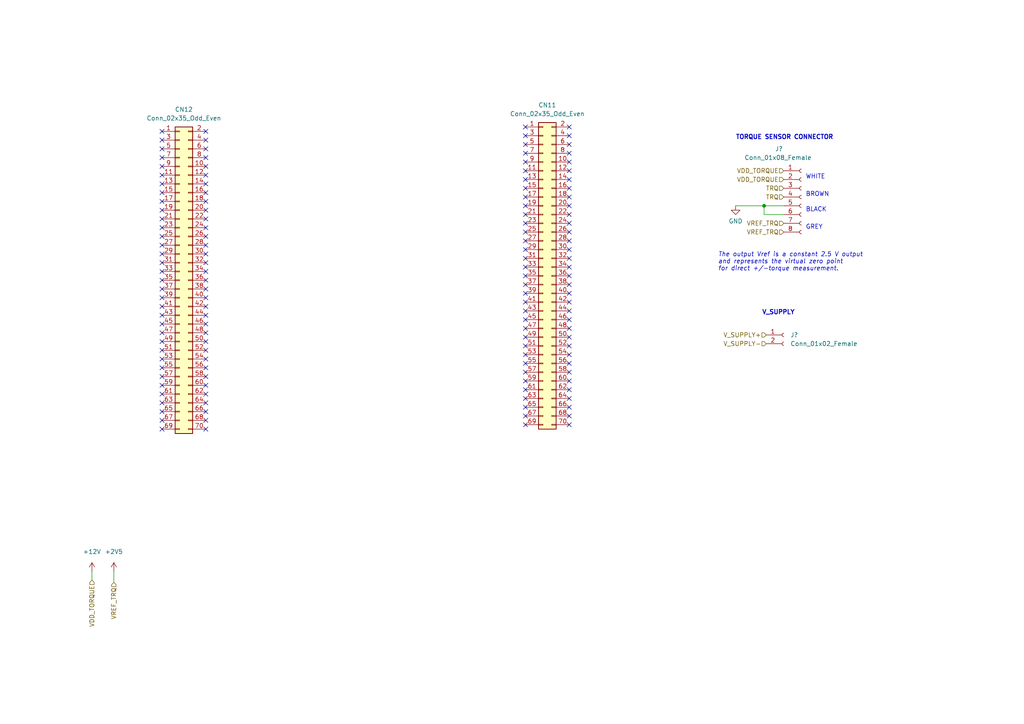
<source format=kicad_sch>
(kicad_sch (version 20211123) (generator eeschema)
  (paper "A4")
  (lib_symbols
    (symbol "Connector:Conn_01x02_Female" (pin_names (offset 1.016) hide)
      (property "Reference" "J" (at 0 2.54 0))
      (property "Value" "Conn_01x02_Female" (at 0 -5.08 0))
      (symbol "Conn_01x02_Female_1_1"
        (arc (start 0 -2.032) (mid -0.508 -2.54) (end 0 -3.048) (stroke (width 0.1524)))
        (polyline (pts (xy -1.27 -2.54) (xy -0.508 -2.54)) (stroke (width 0.1524)))
        (polyline (pts (xy -1.27 0) (xy -0.508 0)) (stroke (width 0.1524)))
        (arc (start 0 0.508) (mid -0.508 0) (end 0 -0.508) (stroke (width 0.1524)))
        (pin passive line (at -5.08 0 0) (length 3.81) (name "Pin_1") (number "1"))
        (pin passive line (at -5.08 -2.54 0) (length 3.81) (name "Pin_2") (number "2"))
      )
    )
    (symbol "Connector:Conn_01x08_Female" (pin_names (offset 1.016) hide)
      (property "Reference" "J" (at 0 10.16 0))
      (property "Value" "Conn_01x08_Female" (at 0 -12.7 0))
      (symbol "Conn_01x08_Female_1_1"
        (arc (start 0 -9.652) (mid -0.508 -10.16) (end 0 -10.668) (stroke (width 0.1524)))
        (arc (start 0 -7.112) (mid -0.508 -7.62) (end 0 -8.128) (stroke (width 0.1524)))
        (arc (start 0 -4.572) (mid -0.508 -5.08) (end 0 -5.588) (stroke (width 0.1524)))
        (arc (start 0 -2.032) (mid -0.508 -2.54) (end 0 -3.048) (stroke (width 0.1524)))
        (polyline (pts (xy -1.27 -10.16) (xy -0.508 -10.16)) (stroke (width 0.1524)))
        (polyline (pts (xy -1.27 -7.62) (xy -0.508 -7.62)) (stroke (width 0.1524)))
        (polyline (pts (xy -1.27 -5.08) (xy -0.508 -5.08)) (stroke (width 0.1524)))
        (polyline (pts (xy -1.27 -2.54) (xy -0.508 -2.54)) (stroke (width 0.1524)))
        (polyline (pts (xy -1.27 0) (xy -0.508 0)) (stroke (width 0.1524)))
        (polyline (pts (xy -1.27 2.54) (xy -0.508 2.54)) (stroke (width 0.1524)))
        (polyline (pts (xy -1.27 5.08) (xy -0.508 5.08)) (stroke (width 0.1524)))
        (polyline (pts (xy -1.27 7.62) (xy -0.508 7.62)) (stroke (width 0.1524)))
        (arc (start 0 0.508) (mid -0.508 0) (end 0 -0.508) (stroke (width 0.1524)))
        (arc (start 0 3.048) (mid -0.508 2.54) (end 0 2.032) (stroke (width 0.1524)))
        (arc (start 0 5.588) (mid -0.508 5.08) (end 0 4.572) (stroke (width 0.1524)))
        (arc (start 0 8.128) (mid -0.508 7.62) (end 0 7.112) (stroke (width 0.1524)))
        (pin passive line (at -5.08 7.62 0) (length 3.81) (name "Pin_1") (number "1"))
        (pin passive line (at -5.08 5.08 0) (length 3.81) (name "Pin_2") (number "2"))
        (pin passive line (at -5.08 2.54 0) (length 3.81) (name "Pin_3") (number "3"))
        (pin passive line (at -5.08 0 0) (length 3.81) (name "Pin_4") (number "4"))
        (pin passive line (at -5.08 -2.54 0) (length 3.81) (name "Pin_5") (number "5"))
        (pin passive line (at -5.08 -5.08 0) (length 3.81) (name "Pin_6") (number "6"))
        (pin passive line (at -5.08 -7.62 0) (length 3.81) (name "Pin_7") (number "7"))
        (pin passive line (at -5.08 -10.16 0) (length 3.81) (name "Pin_8") (number "8"))
      )
    )
    (symbol "Connector_Generic:Conn_02x35_Odd_Even" (pin_names (offset 1.016) hide)
      (property "Reference" "J" (at 1.27 45.72 0))
      (property "Value" "Conn_02x35_Odd_Even" (at 1.27 -45.72 0))
      (symbol "Conn_02x35_Odd_Even_1_1"
        (rectangle (start -1.27 -43.053) (end 0 -43.307) (stroke (width 0.1524)))
        (rectangle (start -1.27 -40.513) (end 0 -40.767) (stroke (width 0.1524)))
        (rectangle (start -1.27 -37.973) (end 0 -38.227) (stroke (width 0.1524)))
        (rectangle (start -1.27 -35.433) (end 0 -35.687) (stroke (width 0.1524)))
        (rectangle (start -1.27 -32.893) (end 0 -33.147) (stroke (width 0.1524)))
        (rectangle (start -1.27 -30.353) (end 0 -30.607) (stroke (width 0.1524)))
        (rectangle (start -1.27 -27.813) (end 0 -28.067) (stroke (width 0.1524)))
        (rectangle (start -1.27 -25.273) (end 0 -25.527) (stroke (width 0.1524)))
        (rectangle (start -1.27 -22.733) (end 0 -22.987) (stroke (width 0.1524)))
        (rectangle (start -1.27 -20.193) (end 0 -20.447) (stroke (width 0.1524)))
        (rectangle (start -1.27 -17.653) (end 0 -17.907) (stroke (width 0.1524)))
        (rectangle (start -1.27 -15.113) (end 0 -15.367) (stroke (width 0.1524)))
        (rectangle (start -1.27 -12.573) (end 0 -12.827) (stroke (width 0.1524)))
        (rectangle (start -1.27 -10.033) (end 0 -10.287) (stroke (width 0.1524)))
        (rectangle (start -1.27 -7.493) (end 0 -7.747) (stroke (width 0.1524)))
        (rectangle (start -1.27 -4.953) (end 0 -5.207) (stroke (width 0.1524)))
        (rectangle (start -1.27 -2.413) (end 0 -2.667) (stroke (width 0.1524)))
        (rectangle (start -1.27 0.127) (end 0 -0.127) (stroke (width 0.1524)))
        (rectangle (start -1.27 2.667) (end 0 2.413) (stroke (width 0.1524)))
        (rectangle (start -1.27 5.207) (end 0 4.953) (stroke (width 0.1524)))
        (rectangle (start -1.27 7.747) (end 0 7.493) (stroke (width 0.1524)))
        (rectangle (start -1.27 10.287) (end 0 10.033) (stroke (width 0.1524)))
        (rectangle (start -1.27 12.827) (end 0 12.573) (stroke (width 0.1524)))
        (rectangle (start -1.27 15.367) (end 0 15.113) (stroke (width 0.1524)))
        (rectangle (start -1.27 17.907) (end 0 17.653) (stroke (width 0.1524)))
        (rectangle (start -1.27 20.447) (end 0 20.193) (stroke (width 0.1524)))
        (rectangle (start -1.27 22.987) (end 0 22.733) (stroke (width 0.1524)))
        (rectangle (start -1.27 25.527) (end 0 25.273) (stroke (width 0.1524)))
        (rectangle (start -1.27 28.067) (end 0 27.813) (stroke (width 0.1524)))
        (rectangle (start -1.27 30.607) (end 0 30.353) (stroke (width 0.1524)))
        (rectangle (start -1.27 33.147) (end 0 32.893) (stroke (width 0.1524)))
        (rectangle (start -1.27 35.687) (end 0 35.433) (stroke (width 0.1524)))
        (rectangle (start -1.27 38.227) (end 0 37.973) (stroke (width 0.1524)))
        (rectangle (start -1.27 40.767) (end 0 40.513) (stroke (width 0.1524)))
        (rectangle (start -1.27 43.307) (end 0 43.053) (stroke (width 0.1524)))
        (rectangle (start -1.27 44.45) (end 3.81 -44.45) (stroke (width 0.254)) (fill (type background)))
        (rectangle (start 3.81 -43.053) (end 2.54 -43.307) (stroke (width 0.1524)))
        (rectangle (start 3.81 -40.513) (end 2.54 -40.767) (stroke (width 0.1524)))
        (rectangle (start 3.81 -37.973) (end 2.54 -38.227) (stroke (width 0.1524)))
        (rectangle (start 3.81 -35.433) (end 2.54 -35.687) (stroke (width 0.1524)))
        (rectangle (start 3.81 -32.893) (end 2.54 -33.147) (stroke (width 0.1524)))
        (rectangle (start 3.81 -30.353) (end 2.54 -30.607) (stroke (width 0.1524)))
        (rectangle (start 3.81 -27.813) (end 2.54 -28.067) (stroke (width 0.1524)))
        (rectangle (start 3.81 -25.273) (end 2.54 -25.527) (stroke (width 0.1524)))
        (rectangle (start 3.81 -22.733) (end 2.54 -22.987) (stroke (width 0.1524)))
        (rectangle (start 3.81 -20.193) (end 2.54 -20.447) (stroke (width 0.1524)))
        (rectangle (start 3.81 -17.653) (end 2.54 -17.907) (stroke (width 0.1524)))
        (rectangle (start 3.81 -15.113) (end 2.54 -15.367) (stroke (width 0.1524)))
        (rectangle (start 3.81 -12.573) (end 2.54 -12.827) (stroke (width 0.1524)))
        (rectangle (start 3.81 -10.033) (end 2.54 -10.287) (stroke (width 0.1524)))
        (rectangle (start 3.81 -7.493) (end 2.54 -7.747) (stroke (width 0.1524)))
        (rectangle (start 3.81 -4.953) (end 2.54 -5.207) (stroke (width 0.1524)))
        (rectangle (start 3.81 -2.413) (end 2.54 -2.667) (stroke (width 0.1524)))
        (rectangle (start 3.81 0.127) (end 2.54 -0.127) (stroke (width 0.1524)))
        (rectangle (start 3.81 2.667) (end 2.54 2.413) (stroke (width 0.1524)))
        (rectangle (start 3.81 5.207) (end 2.54 4.953) (stroke (width 0.1524)))
        (rectangle (start 3.81 7.747) (end 2.54 7.493) (stroke (width 0.1524)))
        (rectangle (start 3.81 10.287) (end 2.54 10.033) (stroke (width 0.1524)))
        (rectangle (start 3.81 12.827) (end 2.54 12.573) (stroke (width 0.1524)))
        (rectangle (start 3.81 15.367) (end 2.54 15.113) (stroke (width 0.1524)))
        (rectangle (start 3.81 17.907) (end 2.54 17.653) (stroke (width 0.1524)))
        (rectangle (start 3.81 20.447) (end 2.54 20.193) (stroke (width 0.1524)))
        (rectangle (start 3.81 22.987) (end 2.54 22.733) (stroke (width 0.1524)))
        (rectangle (start 3.81 25.527) (end 2.54 25.273) (stroke (width 0.1524)))
        (rectangle (start 3.81 28.067) (end 2.54 27.813) (stroke (width 0.1524)))
        (rectangle (start 3.81 30.607) (end 2.54 30.353) (stroke (width 0.1524)))
        (rectangle (start 3.81 33.147) (end 2.54 32.893) (stroke (width 0.1524)))
        (rectangle (start 3.81 35.687) (end 2.54 35.433) (stroke (width 0.1524)))
        (rectangle (start 3.81 38.227) (end 2.54 37.973) (stroke (width 0.1524)))
        (rectangle (start 3.81 40.767) (end 2.54 40.513) (stroke (width 0.1524)))
        (rectangle (start 3.81 43.307) (end 2.54 43.053) (stroke (width 0.1524)))
        (pin passive line (at -5.08 43.18 0) (length 3.81) (name "Pin_1") (number "1"))
        (pin passive line (at 7.62 33.02 180) (length 3.81) (name "Pin_10") (number "10"))
        (pin passive line (at -5.08 30.48 0) (length 3.81) (name "Pin_11") (number "11"))
        (pin passive line (at 7.62 30.48 180) (length 3.81) (name "Pin_12") (number "12"))
        (pin passive line (at -5.08 27.94 0) (length 3.81) (name "Pin_13") (number "13"))
        (pin passive line (at 7.62 27.94 180) (length 3.81) (name "Pin_14") (number "14"))
        (pin passive line (at -5.08 25.4 0) (length 3.81) (name "Pin_15") (number "15"))
        (pin passive line (at 7.62 25.4 180) (length 3.81) (name "Pin_16") (number "16"))
        (pin passive line (at -5.08 22.86 0) (length 3.81) (name "Pin_17") (number "17"))
        (pin passive line (at 7.62 22.86 180) (length 3.81) (name "Pin_18") (number "18"))
        (pin passive line (at -5.08 20.32 0) (length 3.81) (name "Pin_19") (number "19"))
        (pin passive line (at 7.62 43.18 180) (length 3.81) (name "Pin_2") (number "2"))
        (pin passive line (at 7.62 20.32 180) (length 3.81) (name "Pin_20") (number "20"))
        (pin passive line (at -5.08 17.78 0) (length 3.81) (name "Pin_21") (number "21"))
        (pin passive line (at 7.62 17.78 180) (length 3.81) (name "Pin_22") (number "22"))
        (pin passive line (at -5.08 15.24 0) (length 3.81) (name "Pin_23") (number "23"))
        (pin passive line (at 7.62 15.24 180) (length 3.81) (name "Pin_24") (number "24"))
        (pin passive line (at -5.08 12.7 0) (length 3.81) (name "Pin_25") (number "25"))
        (pin passive line (at 7.62 12.7 180) (length 3.81) (name "Pin_26") (number "26"))
        (pin passive line (at -5.08 10.16 0) (length 3.81) (name "Pin_27") (number "27"))
        (pin passive line (at 7.62 10.16 180) (length 3.81) (name "Pin_28") (number "28"))
        (pin passive line (at -5.08 7.62 0) (length 3.81) (name "Pin_29") (number "29"))
        (pin passive line (at -5.08 40.64 0) (length 3.81) (name "Pin_3") (number "3"))
        (pin passive line (at 7.62 7.62 180) (length 3.81) (name "Pin_30") (number "30"))
        (pin passive line (at -5.08 5.08 0) (length 3.81) (name "Pin_31") (number "31"))
        (pin passive line (at 7.62 5.08 180) (length 3.81) (name "Pin_32") (number "32"))
        (pin passive line (at -5.08 2.54 0) (length 3.81) (name "Pin_33") (number "33"))
        (pin passive line (at 7.62 2.54 180) (length 3.81) (name "Pin_34") (number "34"))
        (pin passive line (at -5.08 0 0) (length 3.81) (name "Pin_35") (number "35"))
        (pin passive line (at 7.62 0 180) (length 3.81) (name "Pin_36") (number "36"))
        (pin passive line (at -5.08 -2.54 0) (length 3.81) (name "Pin_37") (number "37"))
        (pin passive line (at 7.62 -2.54 180) (length 3.81) (name "Pin_38") (number "38"))
        (pin passive line (at -5.08 -5.08 0) (length 3.81) (name "Pin_39") (number "39"))
        (pin passive line (at 7.62 40.64 180) (length 3.81) (name "Pin_4") (number "4"))
        (pin passive line (at 7.62 -5.08 180) (length 3.81) (name "Pin_40") (number "40"))
        (pin passive line (at -5.08 -7.62 0) (length 3.81) (name "Pin_41") (number "41"))
        (pin passive line (at 7.62 -7.62 180) (length 3.81) (name "Pin_42") (number "42"))
        (pin passive line (at -5.08 -10.16 0) (length 3.81) (name "Pin_43") (number "43"))
        (pin passive line (at 7.62 -10.16 180) (length 3.81) (name "Pin_44") (number "44"))
        (pin passive line (at -5.08 -12.7 0) (length 3.81) (name "Pin_45") (number "45"))
        (pin passive line (at 7.62 -12.7 180) (length 3.81) (name "Pin_46") (number "46"))
        (pin passive line (at -5.08 -15.24 0) (length 3.81) (name "Pin_47") (number "47"))
        (pin passive line (at 7.62 -15.24 180) (length 3.81) (name "Pin_48") (number "48"))
        (pin passive line (at -5.08 -17.78 0) (length 3.81) (name "Pin_49") (number "49"))
        (pin passive line (at -5.08 38.1 0) (length 3.81) (name "Pin_5") (number "5"))
        (pin passive line (at 7.62 -17.78 180) (length 3.81) (name "Pin_50") (number "50"))
        (pin passive line (at -5.08 -20.32 0) (length 3.81) (name "Pin_51") (number "51"))
        (pin passive line (at 7.62 -20.32 180) (length 3.81) (name "Pin_52") (number "52"))
        (pin passive line (at -5.08 -22.86 0) (length 3.81) (name "Pin_53") (number "53"))
        (pin passive line (at 7.62 -22.86 180) (length 3.81) (name "Pin_54") (number "54"))
        (pin passive line (at -5.08 -25.4 0) (length 3.81) (name "Pin_55") (number "55"))
        (pin passive line (at 7.62 -25.4 180) (length 3.81) (name "Pin_56") (number "56"))
        (pin passive line (at -5.08 -27.94 0) (length 3.81) (name "Pin_57") (number "57"))
        (pin passive line (at 7.62 -27.94 180) (length 3.81) (name "Pin_58") (number "58"))
        (pin passive line (at -5.08 -30.48 0) (length 3.81) (name "Pin_59") (number "59"))
        (pin passive line (at 7.62 38.1 180) (length 3.81) (name "Pin_6") (number "6"))
        (pin passive line (at 7.62 -30.48 180) (length 3.81) (name "Pin_60") (number "60"))
        (pin passive line (at -5.08 -33.02 0) (length 3.81) (name "Pin_61") (number "61"))
        (pin passive line (at 7.62 -33.02 180) (length 3.81) (name "Pin_62") (number "62"))
        (pin passive line (at -5.08 -35.56 0) (length 3.81) (name "Pin_63") (number "63"))
        (pin passive line (at 7.62 -35.56 180) (length 3.81) (name "Pin_64") (number "64"))
        (pin passive line (at -5.08 -38.1 0) (length 3.81) (name "Pin_65") (number "65"))
        (pin passive line (at 7.62 -38.1 180) (length 3.81) (name "Pin_66") (number "66"))
        (pin passive line (at -5.08 -40.64 0) (length 3.81) (name "Pin_67") (number "67"))
        (pin passive line (at 7.62 -40.64 180) (length 3.81) (name "Pin_68") (number "68"))
        (pin passive line (at -5.08 -43.18 0) (length 3.81) (name "Pin_69") (number "69"))
        (pin passive line (at -5.08 35.56 0) (length 3.81) (name "Pin_7") (number "7"))
        (pin passive line (at 7.62 -43.18 180) (length 3.81) (name "Pin_70") (number "70"))
        (pin passive line (at 7.62 35.56 180) (length 3.81) (name "Pin_8") (number "8"))
        (pin passive line (at -5.08 33.02 0) (length 3.81) (name "Pin_9") (number "9"))
      )
    )
    (symbol "power:+12V" (power) (pin_names (offset 0))
      (property "Value" "+12V" (at 0 3.556 0))
      (symbol "+12V_0_1"
        (polyline (pts (xy -0.762 1.27) (xy 0 2.54)))
        (polyline (pts (xy 0 0) (xy 0 2.54)))
        (polyline (pts (xy 0 2.54) (xy 0.762 1.27)))
      )
      (symbol "+12V_1_1"
        (pin power_in line (at 0 0 90) (length 0) hide (name "+12V") (number "1"))
      )
    )
    (symbol "power:+2V5" (power) (pin_names (offset 0))
      (property "Value" "+2V5" (at 0 3.556 0))
      (symbol "+2V5_0_1"
        (polyline (pts (xy -0.762 1.27) (xy 0 2.54)))
        (polyline (pts (xy 0 0) (xy 0 2.54)))
        (polyline (pts (xy 0 2.54) (xy 0.762 1.27)))
      )
      (symbol "+2V5_1_1"
        (pin power_in line (at 0 0 90) (length 0) hide (name "+2V5") (number "1"))
      )
    )
    (symbol "power:GND" (power) (pin_names (offset 0))
      (property "Value" "GND" (at 0 -3.81 0))
      (symbol "GND_0_1"
        (polyline (pts (xy 0 0) (xy 0 -1.27) (xy 1.27 -1.27) (xy 0 -2.54) (xy -1.27 -1.27) (xy 0 -1.27)))
      )
      (symbol "GND_1_1"
        (pin power_in line (at 0 0 270) (length 0) hide (name "GND") (number "1"))
      )
    )
  )
  (junction (at 221.615 59.69))
  (no_connect (at 165.1 49.53))
  (no_connect (at 59.69 63.5))
  (no_connect (at 46.99 71.12))
  (no_connect (at 46.99 58.42))
  (no_connect (at 152.4 49.53))
  (no_connect (at 165.1 120.65))
  (no_connect (at 46.99 81.28))
  (no_connect (at 152.4 62.23))
  (no_connect (at 165.1 97.79))
  (no_connect (at 59.69 50.8))
  (no_connect (at 165.1 46.99))
  (no_connect (at 59.69 116.84))
  (no_connect (at 46.99 101.6))
  (no_connect (at 59.69 53.34))
  (no_connect (at 46.99 86.36))
  (no_connect (at 59.69 60.96))
  (no_connect (at 59.69 111.76))
  (no_connect (at 165.1 115.57))
  (no_connect (at 152.4 67.31))
  (no_connect (at 152.4 102.87))
  (no_connect (at 165.1 36.83))
  (no_connect (at 46.99 60.96))
  (no_connect (at 165.1 57.15))
  (no_connect (at 152.4 97.79))
  (no_connect (at 152.4 107.95))
  (no_connect (at 59.69 71.12))
  (no_connect (at 165.1 64.77))
  (no_connect (at 152.4 115.57))
  (no_connect (at 165.1 72.39))
  (no_connect (at 59.69 91.44))
  (no_connect (at 46.99 88.9))
  (no_connect (at 152.4 64.77))
  (no_connect (at 59.69 96.52))
  (no_connect (at 59.69 104.14))
  (no_connect (at 152.4 54.61))
  (no_connect (at 165.1 85.09))
  (no_connect (at 165.1 100.33))
  (no_connect (at 152.4 95.25))
  (no_connect (at 46.99 73.66))
  (no_connect (at 165.1 123.19))
  (no_connect (at 165.1 82.55))
  (no_connect (at 165.1 113.03))
  (no_connect (at 59.69 119.38))
  (no_connect (at 46.99 99.06))
  (no_connect (at 165.1 39.37))
  (no_connect (at 152.4 57.15))
  (no_connect (at 46.99 104.14))
  (no_connect (at 165.1 105.41))
  (no_connect (at 165.1 69.85))
  (no_connect (at 46.99 119.38))
  (no_connect (at 152.4 105.41))
  (no_connect (at 152.4 72.39))
  (no_connect (at 152.4 85.09))
  (no_connect (at 165.1 77.47))
  (no_connect (at 165.1 62.23))
  (no_connect (at 152.4 44.45))
  (no_connect (at 46.99 121.92))
  (no_connect (at 46.99 91.44))
  (no_connect (at 59.69 38.1))
  (no_connect (at 59.69 99.06))
  (no_connect (at 165.1 92.71))
  (no_connect (at 59.69 48.26))
  (no_connect (at 59.69 58.42))
  (no_connect (at 165.1 118.11))
  (no_connect (at 59.69 78.74))
  (no_connect (at 46.99 78.74))
  (no_connect (at 165.1 110.49))
  (no_connect (at 165.1 74.93))
  (no_connect (at 152.4 82.55))
  (no_connect (at 152.4 77.47))
  (no_connect (at 59.69 93.98))
  (no_connect (at 152.4 100.33))
  (no_connect (at 152.4 69.85))
  (no_connect (at 152.4 46.99))
  (no_connect (at 59.69 55.88))
  (no_connect (at 46.99 106.68))
  (no_connect (at 165.1 54.61))
  (no_connect (at 46.99 43.18))
  (no_connect (at 165.1 41.91))
  (no_connect (at 46.99 38.1))
  (no_connect (at 46.99 40.64))
  (no_connect (at 59.69 81.28))
  (no_connect (at 152.4 92.71))
  (no_connect (at 152.4 41.91))
  (no_connect (at 59.69 114.3))
  (no_connect (at 152.4 87.63))
  (no_connect (at 165.1 95.25))
  (no_connect (at 59.69 109.22))
  (no_connect (at 46.99 76.2))
  (no_connect (at 165.1 90.17))
  (no_connect (at 46.99 63.5))
  (no_connect (at 59.69 68.58))
  (no_connect (at 165.1 102.87))
  (no_connect (at 46.99 109.22))
  (no_connect (at 59.69 88.9))
  (no_connect (at 46.99 53.34))
  (no_connect (at 46.99 68.58))
  (no_connect (at 152.4 118.11))
  (no_connect (at 59.69 83.82))
  (no_connect (at 152.4 120.65))
  (no_connect (at 46.99 93.98))
  (no_connect (at 165.1 52.07))
  (no_connect (at 46.99 45.72))
  (no_connect (at 46.99 66.04))
  (no_connect (at 46.99 114.3))
  (no_connect (at 59.69 43.18))
  (no_connect (at 59.69 124.46))
  (no_connect (at 59.69 121.92))
  (no_connect (at 59.69 106.68))
  (no_connect (at 152.4 36.83))
  (no_connect (at 46.99 48.26))
  (no_connect (at 152.4 90.17))
  (no_connect (at 165.1 59.69))
  (no_connect (at 46.99 50.8))
  (no_connect (at 152.4 113.03))
  (no_connect (at 59.69 45.72))
  (no_connect (at 59.69 73.66))
  (no_connect (at 152.4 59.69))
  (no_connect (at 59.69 101.6))
  (no_connect (at 46.99 83.82))
  (no_connect (at 165.1 67.31))
  (no_connect (at 165.1 107.95))
  (no_connect (at 152.4 110.49))
  (no_connect (at 59.69 66.04))
  (no_connect (at 165.1 87.63))
  (no_connect (at 59.69 40.64))
  (no_connect (at 165.1 44.45))
  (no_connect (at 59.69 86.36))
  (no_connect (at 152.4 39.37))
  (no_connect (at 165.1 80.01))
  (no_connect (at 152.4 52.07))
  (no_connect (at 59.69 76.2))
  (no_connect (at 46.99 111.76))
  (no_connect (at 46.99 55.88))
  (no_connect (at 46.99 124.46))
  (no_connect (at 46.99 96.52))
  (no_connect (at 46.99 116.84))
  (no_connect (at 152.4 123.19))
  (no_connect (at 152.4 74.93))
  (no_connect (at 152.4 80.01))
  (wire (pts (xy 26.67 165.735) (xy 26.67 168.275)))
  (wire (pts (xy 227.33 62.23) (xy 221.615 62.23)))
  (wire (pts (xy 221.615 59.69) (xy 227.33 59.69)))
  (wire (pts (xy 213.36 59.69) (xy 221.615 59.69)))
  (wire (pts (xy 221.615 62.23) (xy 221.615 59.69)))
  (wire (pts (xy 33.02 165.735) (xy 33.02 168.91)))
  (text "TORQUE SENSOR CONNECTOR\n" (at 213.36 40.64 0) (effects (font (size 1.27 1.27) (thickness 0.254) bold) (justify left bottom)))
  (text "BROWN" (at 233.68 57.15 0) (effects (font (size 1.27 1.27)) (justify left bottom)))
  (text "BLACK\n" (at 233.68 61.595 0) (effects (font (size 1.27 1.27)) (justify left bottom)))
  (text "WHITE\n" (at 233.68 52.07 0) (effects (font (size 1.27 1.27)) (justify left bottom)))
  (text "GREY" (at 233.68 66.675 0) (effects (font (size 1.27 1.27)) (justify left bottom)))
  (text "V_SUPPLY\n" (at 220.98 91.44 0) (effects (font (size 1.27 1.27) (thickness 0.254) bold) (justify left bottom)))
  (text "The output Vref is a constant 2.5 V output \nand represents the virtual zero point \nfor direct +/-torque measurement." (at 208.28 78.74 0) (effects (font (size 1.27 1.27) italic) (justify left bottom)))
  (hierarchical_label "VREF_TRQ" (shape input) (at 227.33 64.77 180))
  (hierarchical_label "V_SUPPLY-" (shape input) (at 222.25 99.695 180))
  (hierarchical_label "TRQ" (shape input) (at 227.33 54.61 180))
  (hierarchical_label "V_SUPPLY+" (shape input) (at 222.25 97.155 180))
  (hierarchical_label "VDD_TORQUE" (shape input) (at 227.33 52.07 180))
  (hierarchical_label "VDD_TORQUE" (shape input) (at 227.33 49.53 180))
  (hierarchical_label "VREF_TRQ" (shape input) (at 227.33 67.31 180))
  (hierarchical_label "VREF_TRQ" (shape input) (at 33.02 168.91 270))
  (hierarchical_label "TRQ" (shape input) (at 227.33 57.15 180))
  (hierarchical_label "VDD_TORQUE" (shape input) (at 26.67 168.275 270))
  (symbol (lib_id "Connector:Conn_01x08_Female") (at 232.41 57.15 0) (unit 1)
    (property "Reference" "J?" (at 224.79 43.18 0) (effects (justify left)))
    (property "Value" "Conn_01x08_Female" (at 215.9 45.72 0) (effects (justify left)))
    (property "Footprint" "Connector_PinHeader_2.54mm:PinHeader_1x08_P2.54mm_Vertical" (effects hide))
  )
  (symbol (lib_id "power:+12V") (at 26.67 165.735 0) (unit 1)
    (property "Reference" "#PWR0102" (effects hide))
    (property "Value" "+12V" (at 26.67 160.02 0))
  )
  (symbol (lib_id "power:+2V5") (at 33.02 165.735 0) (unit 1)
    (property "Reference" "#PWR0107" (effects hide))
    (property "Value" "+2V5" (at 33.02 160.02 0))
  )
  (symbol (lib_id "Connector_Generic:Conn_02x35_Odd_Even") (at 157.48 80.01 0) (unit 1)
    (property "Reference" "CN11" (at 158.75 30.48 0))
    (property "Value" "Conn_02x35_Odd_Even" (at 158.75 33.02 0))
    (property "Footprint" "Connector_PinHeader_2.54mm:PinHeader_2x35_P2.54mm_Vertical" (effects hide))
  )
  (symbol (lib_id "power:GND") (at 213.36 59.69 0) (unit 1)
    (property "Reference" "#PWR0101" (effects hide))
    (property "Value" "GND" (at 213.36 64.135 0))
  )
  (symbol (lib_id "Connector:Conn_01x02_Female") (at 227.33 97.155 0) (unit 1)
    (property "Reference" "J?" (at 229.235 97.1549 0) (effects (justify left)))
    (property "Value" "Conn_01x02_Female" (at 229.235 99.6949 0) (effects (justify left)))
    (property "Footprint" "Connector_PinHeader_2.54mm:PinHeader_1x02_P2.54mm_Vertical" (effects hide))
  )
  (symbol (lib_id "Connector_Generic:Conn_02x35_Odd_Even") (at 52.07 81.28 0) (unit 1)
    (property "Reference" "CN12" (at 53.34 31.75 0))
    (property "Value" "Conn_02x35_Odd_Even" (at 53.34 34.29 0))
    (property "Footprint" "Connector_PinHeader_2.54mm:PinHeader_2x35_P2.54mm_Vertical" (effects hide))
  )
)
</source>
